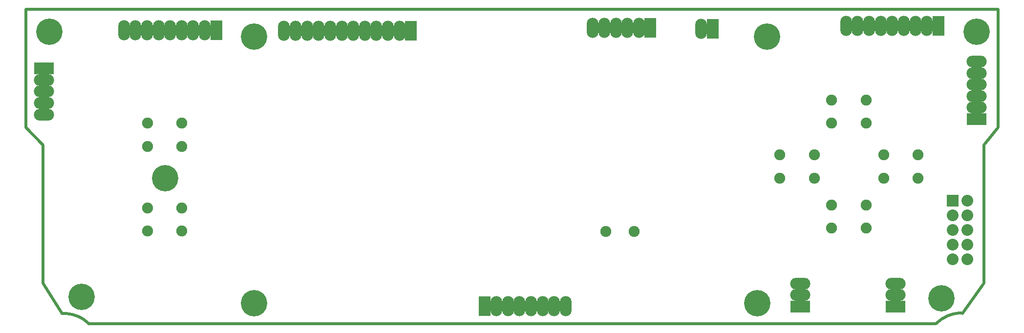
<source format=gbs>
G04 (created by PCBNEW-RS274X (2010-05-05 BZR 2356)-stable) date 10/12/2010 12:30:38 p.m.*
G01*
G70*
G90*
%MOIN*%
G04 Gerber Fmt 3.4, Leading zero omitted, Abs format*
%FSLAX34Y34*%
G04 APERTURE LIST*
%ADD10C,0.006000*%
%ADD11C,0.019700*%
%ADD12O,0.079100X0.138100*%
%ADD13R,0.079100X0.138100*%
%ADD14O,0.138100X0.079100*%
%ADD15R,0.138100X0.079100*%
%ADD16C,0.075000*%
%ADD17C,0.180000*%
%ADD18R,0.080000X0.080000*%
%ADD19C,0.080000*%
G04 APERTURE END LIST*
G54D10*
G54D11*
X16167Y-33349D02*
X16013Y-33209D01*
X15848Y-33083D01*
X15672Y-32972D01*
X15487Y-32876D01*
X15295Y-32797D01*
X15096Y-32736D01*
X14893Y-32691D01*
X14687Y-32665D01*
X14480Y-32657D01*
X14397Y-32658D01*
X75802Y-32654D02*
X75595Y-32656D01*
X75387Y-32676D01*
X75183Y-32714D01*
X74982Y-32769D01*
X74787Y-32842D01*
X74599Y-32932D01*
X74419Y-33038D01*
X74250Y-33159D01*
X74092Y-33294D01*
X74017Y-33366D01*
X16181Y-33366D02*
X73986Y-33366D01*
X78248Y-11909D02*
X11909Y-11909D01*
X13091Y-30610D02*
X14390Y-32657D01*
X77264Y-30610D02*
X75807Y-32657D01*
X77264Y-21161D02*
X77264Y-30610D01*
X78248Y-19980D02*
X77264Y-21161D01*
X13091Y-21161D02*
X13091Y-30610D01*
X11909Y-19980D02*
X13091Y-21161D01*
X11909Y-11909D02*
X11909Y-19980D01*
X78248Y-11909D02*
X78248Y-19980D01*
G54D12*
X44804Y-32165D03*
X44017Y-32165D03*
G54D13*
X43229Y-32165D03*
G54D12*
X45591Y-32165D03*
X46379Y-32165D03*
X47166Y-32165D03*
X47953Y-32165D03*
X48740Y-32165D03*
G54D14*
X71260Y-30630D03*
X71260Y-31417D03*
G54D15*
X71260Y-32205D03*
G54D14*
X64763Y-30630D03*
X64763Y-31417D03*
G54D15*
X64763Y-32205D03*
G54D12*
X57992Y-13228D03*
G54D13*
X58780Y-13228D03*
G54D16*
X66890Y-26850D03*
X66890Y-25276D03*
X69252Y-26850D03*
X69252Y-25276D03*
X70431Y-23425D03*
X70431Y-21851D03*
X72793Y-23425D03*
X72793Y-21851D03*
X66890Y-19684D03*
X66890Y-18110D03*
X69252Y-19684D03*
X69252Y-18110D03*
G54D12*
X36614Y-13386D03*
X37402Y-13386D03*
G54D13*
X38189Y-13386D03*
G54D12*
X35827Y-13386D03*
X35039Y-13386D03*
X34252Y-13386D03*
X33465Y-13386D03*
X32677Y-13386D03*
X31890Y-13386D03*
X31102Y-13386D03*
X30315Y-13386D03*
X29528Y-13386D03*
X23326Y-13347D03*
X24113Y-13347D03*
G54D13*
X24901Y-13347D03*
G54D12*
X22539Y-13347D03*
X21751Y-13347D03*
X20964Y-13347D03*
X20177Y-13347D03*
X19390Y-13347D03*
X18602Y-13347D03*
X72598Y-13031D03*
X73385Y-13031D03*
G54D13*
X74173Y-13031D03*
G54D12*
X71811Y-13031D03*
X71023Y-13031D03*
X70236Y-13031D03*
X69449Y-13031D03*
X68662Y-13031D03*
X67874Y-13031D03*
G54D14*
X76772Y-17835D03*
X76772Y-18622D03*
G54D15*
X76772Y-19410D03*
G54D14*
X76772Y-17048D03*
X76772Y-16260D03*
X76772Y-15473D03*
G54D12*
X52952Y-13189D03*
X53739Y-13189D03*
G54D13*
X54527Y-13189D03*
G54D12*
X52165Y-13189D03*
X51377Y-13189D03*
X50590Y-13189D03*
G54D14*
X13150Y-17520D03*
X13150Y-16733D03*
G54D15*
X13150Y-15945D03*
G54D14*
X13150Y-18307D03*
X13150Y-19095D03*
G54D17*
X61811Y-31969D03*
X62480Y-13780D03*
X27480Y-31969D03*
X27480Y-13780D03*
X21417Y-23425D03*
G54D18*
X75150Y-24988D03*
G54D19*
X76150Y-24988D03*
X75150Y-25988D03*
X76150Y-25988D03*
X75150Y-26988D03*
X76150Y-26988D03*
X75150Y-27988D03*
X76150Y-27988D03*
X75150Y-28988D03*
X76150Y-28988D03*
G54D17*
X76772Y-13425D03*
X74370Y-31653D03*
X13504Y-13425D03*
X15709Y-31535D03*
G54D16*
X63346Y-23425D03*
X63346Y-21851D03*
X65708Y-23425D03*
X65708Y-21851D03*
X20197Y-21259D03*
X20197Y-19685D03*
X22559Y-21259D03*
X22559Y-19685D03*
X20197Y-27047D03*
X20197Y-25473D03*
X22559Y-27047D03*
X22559Y-25473D03*
X53402Y-27086D03*
X51480Y-27086D03*
M02*

</source>
